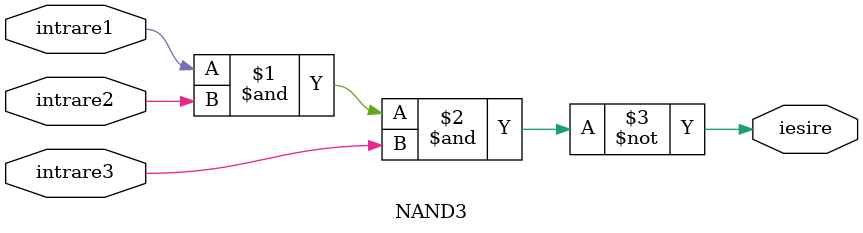
<source format=v>
`timescale 1ns / 1ps


module NAND3(intrare1, intrare2, intrare3, iesire);
input intrare1, intrare2, intrare3;
output iesire;
assign iesire = ~(intrare1 & intrare2 & intrare3);
endmodule

</source>
